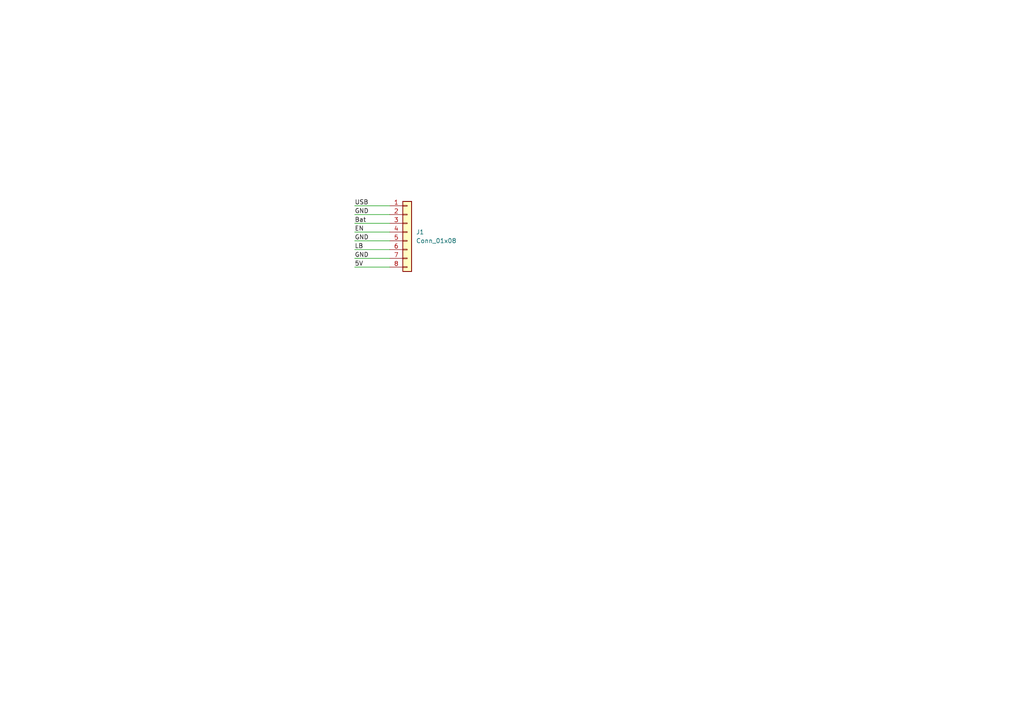
<source format=kicad_sch>
(kicad_sch (version 20231120) (generator "eeschema") (generator_version "8.0")
  (paper "A4")
  (lib_symbols
    (symbol "Connector_Generic:Conn_01x08" (pin_names (offset 1.016) hide)
      (property "Reference" "J" (at 0 10.16 0))
      (property "Value" "Conn_01x08" (at 0 -12.7 0))
      (symbol "Conn_01x08_1_1"
        (rectangle (start -1.27 -10.033) (end 0 -10.287) (stroke (width 0.1524)))
        (rectangle (start -1.27 -7.493) (end 0 -7.747) (stroke (width 0.1524)))
        (rectangle (start -1.27 -4.953) (end 0 -5.207) (stroke (width 0.1524)))
        (rectangle (start -1.27 -2.413) (end 0 -2.667) (stroke (width 0.1524)))
        (rectangle (start -1.27 0.127) (end 0 -0.127) (stroke (width 0.1524)))
        (rectangle (start -1.27 2.667) (end 0 2.413) (stroke (width 0.1524)))
        (rectangle (start -1.27 5.207) (end 0 4.953) (stroke (width 0.1524)))
        (rectangle (start -1.27 7.747) (end 0 7.493) (stroke (width 0.1524)))
        (rectangle (start -1.27 8.89) (end 1.27 -11.43) (stroke (width 0.254)) (fill (type background)))
        (pin passive line (at -5.08 7.62 0) (length 3.81) (name "Pin_1") (number "1"))
        (pin passive line (at -5.08 5.08 0) (length 3.81) (name "Pin_2") (number "2"))
        (pin passive line (at -5.08 2.54 0) (length 3.81) (name "Pin_3") (number "3"))
        (pin passive line (at -5.08 0 0) (length 3.81) (name "Pin_4") (number "4"))
        (pin passive line (at -5.08 -2.54 0) (length 3.81) (name "Pin_5") (number "5"))
        (pin passive line (at -5.08 -5.08 0) (length 3.81) (name "Pin_6") (number "6"))
        (pin passive line (at -5.08 -7.62 0) (length 3.81) (name "Pin_7") (number "7"))
        (pin passive line (at -5.08 -10.16 0) (length 3.81) (name "Pin_8") (number "8"))
      )
    )
  )
  (wire (pts (xy 102.87 69.85) (xy 113.03 69.85)))
  (wire (pts (xy 102.87 64.77) (xy 113.03 64.77)))
  (wire (pts (xy 102.87 74.93) (xy 113.03 74.93)))
  (wire (pts (xy 102.87 62.23) (xy 113.03 62.23)))
  (wire (pts (xy 102.87 67.31) (xy 113.03 67.31)))
  (wire (pts (xy 102.87 77.47) (xy 113.03 77.47)))
  (wire (pts (xy 102.87 72.39) (xy 113.03 72.39)))
  (wire (pts (xy 102.87 59.69) (xy 113.03 59.69)))
  (label "GND" (at 102.87 69.85 0))
  (label "Bat" (at 102.87 64.77 0))
  (label "GND" (at 102.87 74.93 0))
  (label "5V" (at 102.87 77.47 0))
  (label "GND" (at 102.87 62.23 0))
  (label "EN" (at 102.87 67.31 0))
  (label "LB" (at 102.87 72.39 0))
  (label "USB" (at 102.87 59.69 0))
  (symbol (lib_id "Connector_Generic:Conn_01x08") (at 118.11 67.31 0) (unit 1)
    (property "Reference" "J1" (at 120.65 67.3099 0) (effects (justify left)))
    (property "Value" "Conn_01x08" (at 120.65 69.8499 0) (effects (justify left)))
    (property "Footprint" "Connector_PinSocket_2.54mm:PinSocket_1x08_P2.54mm_Vertical" (effects (hide yes)))
    (property "Description" "Generic connector, single row, 01x08, script generated (kicad-library-utils/schlib/autogen/connector/)" (effects (hide yes)))
  )
)
</source>
